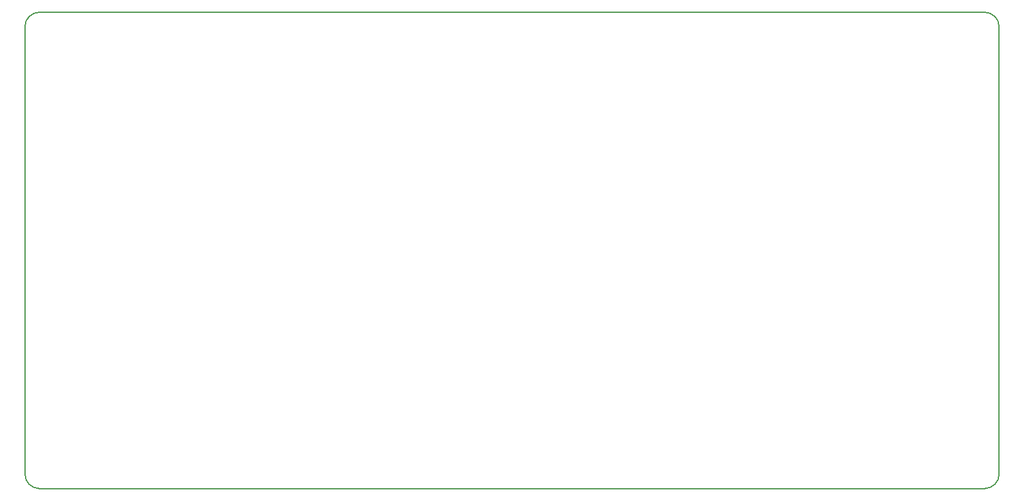
<source format=gbr>
G04 #@! TF.GenerationSoftware,KiCad,Pcbnew,7.0.2*
G04 #@! TF.CreationDate,2023-05-10T23:29:11-04:00*
G04 #@! TF.ProjectId,Tetris,54657472-6973-42e6-9b69-6361645f7063,rev?*
G04 #@! TF.SameCoordinates,Original*
G04 #@! TF.FileFunction,Profile,NP*
%FSLAX46Y46*%
G04 Gerber Fmt 4.6, Leading zero omitted, Abs format (unit mm)*
G04 Created by KiCad (PCBNEW 7.0.2) date 2023-05-10 23:29:11*
%MOMM*%
%LPD*%
G01*
G04 APERTURE LIST*
G04 #@! TA.AperFunction,Profile*
%ADD10C,0.150000*%
G04 #@! TD*
G04 APERTURE END LIST*
D10*
X222300000Y-71700000D02*
G75*
G03*
X220300000Y-69700000I-2000000J0D01*
G01*
X87300000Y-133700000D02*
X87300000Y-71700000D01*
X89300000Y-69700000D02*
G75*
G03*
X87300000Y-71700000I0J-2000000D01*
G01*
X220300000Y-135700000D02*
G75*
G03*
X222300000Y-133700000I0J2000000D01*
G01*
X89300000Y-69700000D02*
X220300000Y-69700000D01*
X222300000Y-71700000D02*
X222300000Y-133700000D01*
X87300000Y-133700000D02*
G75*
G03*
X89300000Y-135700000I2000000J0D01*
G01*
X220300000Y-135700000D02*
X89300000Y-135700000D01*
M02*

</source>
